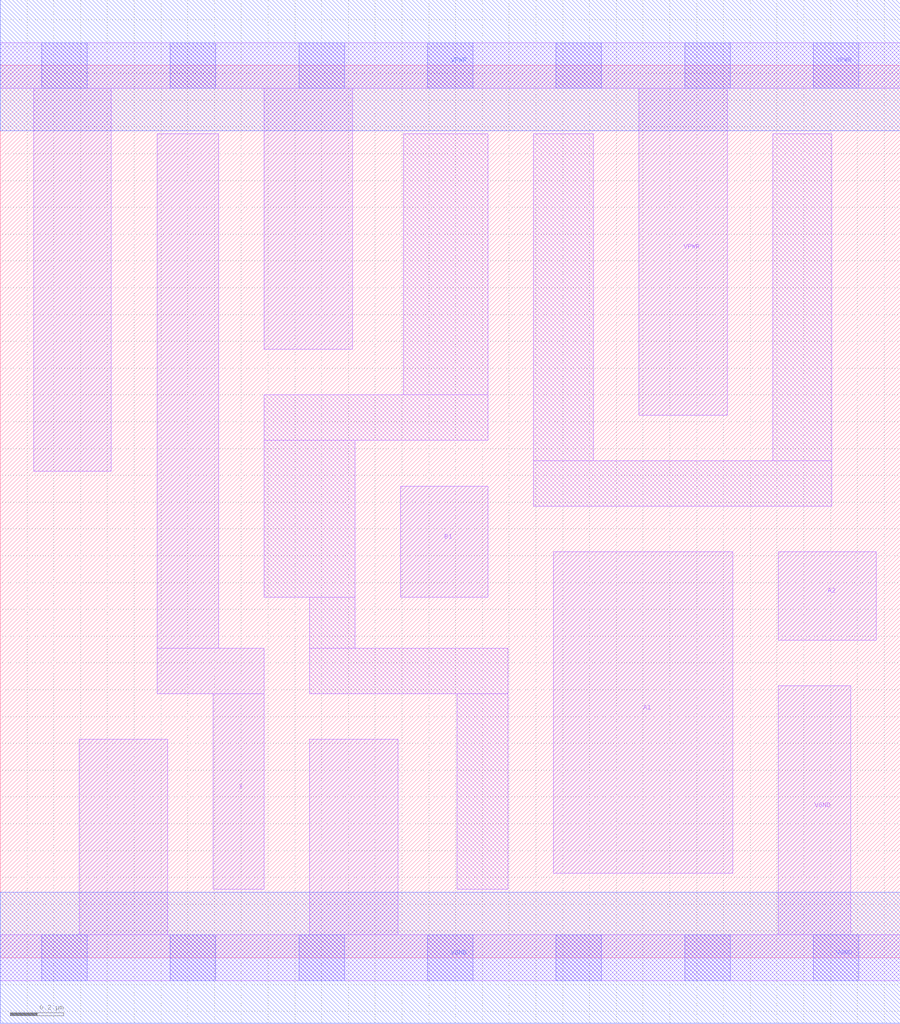
<source format=lef>
# Copyright 2020 The SkyWater PDK Authors
#
# Licensed under the Apache License, Version 2.0 (the "License");
# you may not use this file except in compliance with the License.
# You may obtain a copy of the License at
#
#     https://www.apache.org/licenses/LICENSE-2.0
#
# Unless required by applicable law or agreed to in writing, software
# distributed under the License is distributed on an "AS IS" BASIS,
# WITHOUT WARRANTIES OR CONDITIONS OF ANY KIND, either express or implied.
# See the License for the specific language governing permissions and
# limitations under the License.
#
# SPDX-License-Identifier: Apache-2.0

VERSION 5.7 ;
  NAMESCASESENSITIVE ON ;
  NOWIREEXTENSIONATPIN ON ;
  DIVIDERCHAR "/" ;
  BUSBITCHARS "[]" ;
UNITS
  DATABASE MICRONS 200 ;
END UNITS
MACRO sky130_fd_sc_lp__a21o_2
  CLASS CORE ;
  SOURCE USER ;
  FOREIGN sky130_fd_sc_lp__a21o_2 ;
  ORIGIN  0.000000  0.000000 ;
  SIZE  3.360000 BY  3.330000 ;
  SYMMETRY X Y R90 ;
  SITE unit ;
  PIN A1
    ANTENNAGATEAREA  0.315000 ;
    DIRECTION INPUT ;
    USE SIGNAL ;
    PORT
      LAYER li1 ;
        RECT 2.065000 0.315000 2.735000 1.515000 ;
    END
  END A1
  PIN A2
    ANTENNAGATEAREA  0.315000 ;
    DIRECTION INPUT ;
    USE SIGNAL ;
    PORT
      LAYER li1 ;
        RECT 2.905000 1.185000 3.270000 1.515000 ;
    END
  END A2
  PIN B1
    ANTENNAGATEAREA  0.315000 ;
    DIRECTION INPUT ;
    USE SIGNAL ;
    PORT
      LAYER li1 ;
        RECT 1.495000 1.345000 1.820000 1.760000 ;
    END
  END B1
  PIN X
    ANTENNADIFFAREA  0.588000 ;
    DIRECTION OUTPUT ;
    USE SIGNAL ;
    PORT
      LAYER li1 ;
        RECT 0.585000 0.985000 0.985000 1.155000 ;
        RECT 0.585000 1.155000 0.815000 3.075000 ;
        RECT 0.795000 0.255000 0.985000 0.985000 ;
    END
  END X
  PIN VGND
    DIRECTION INOUT ;
    USE GROUND ;
    PORT
      LAYER li1 ;
        RECT 0.000000 -0.085000 3.360000 0.085000 ;
        RECT 0.295000  0.085000 0.625000 0.815000 ;
        RECT 1.155000  0.085000 1.485000 0.815000 ;
        RECT 2.905000  0.085000 3.175000 1.015000 ;
      LAYER mcon ;
        RECT 0.155000 -0.085000 0.325000 0.085000 ;
        RECT 0.635000 -0.085000 0.805000 0.085000 ;
        RECT 1.115000 -0.085000 1.285000 0.085000 ;
        RECT 1.595000 -0.085000 1.765000 0.085000 ;
        RECT 2.075000 -0.085000 2.245000 0.085000 ;
        RECT 2.555000 -0.085000 2.725000 0.085000 ;
        RECT 3.035000 -0.085000 3.205000 0.085000 ;
      LAYER met1 ;
        RECT 0.000000 -0.245000 3.360000 0.245000 ;
    END
  END VGND
  PIN VPWR
    DIRECTION INOUT ;
    USE POWER ;
    PORT
      LAYER li1 ;
        RECT 0.000000 3.245000 3.360000 3.415000 ;
        RECT 0.125000 1.815000 0.415000 3.245000 ;
        RECT 0.985000 2.270000 1.315000 3.245000 ;
        RECT 2.385000 2.025000 2.715000 3.245000 ;
      LAYER mcon ;
        RECT 0.155000 3.245000 0.325000 3.415000 ;
        RECT 0.635000 3.245000 0.805000 3.415000 ;
        RECT 1.115000 3.245000 1.285000 3.415000 ;
        RECT 1.595000 3.245000 1.765000 3.415000 ;
        RECT 2.075000 3.245000 2.245000 3.415000 ;
        RECT 2.555000 3.245000 2.725000 3.415000 ;
        RECT 3.035000 3.245000 3.205000 3.415000 ;
      LAYER met1 ;
        RECT 0.000000 3.085000 3.360000 3.575000 ;
    END
  END VPWR
  OBS
    LAYER li1 ;
      RECT 0.985000 1.345000 1.325000 1.930000 ;
      RECT 0.985000 1.930000 1.820000 2.100000 ;
      RECT 1.155000 0.985000 1.895000 1.155000 ;
      RECT 1.155000 1.155000 1.325000 1.345000 ;
      RECT 1.505000 2.100000 1.820000 3.075000 ;
      RECT 1.705000 0.255000 1.895000 0.985000 ;
      RECT 1.990000 1.685000 3.105000 1.855000 ;
      RECT 1.990000 1.855000 2.215000 3.075000 ;
      RECT 2.885000 1.855000 3.105000 3.075000 ;
  END
END sky130_fd_sc_lp__a21o_2

</source>
